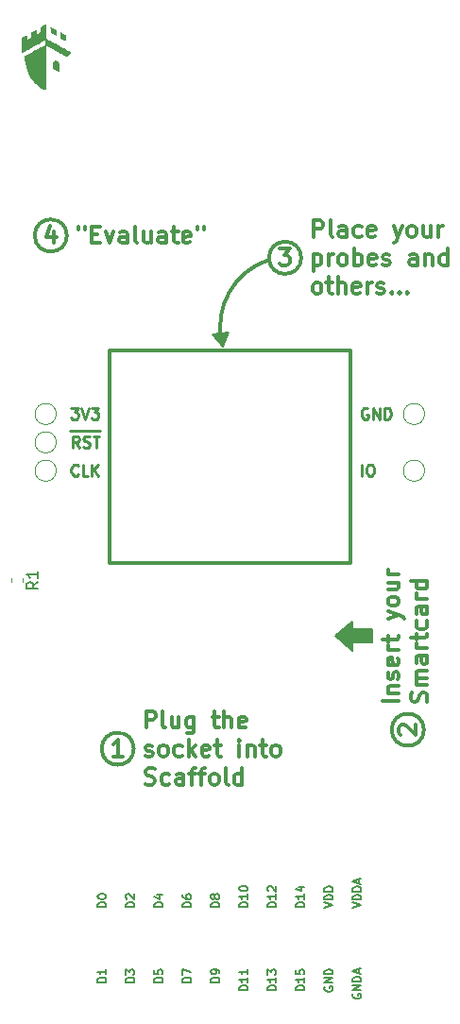
<source format=gbr>
G04 #@! TF.GenerationSoftware,KiCad,Pcbnew,5.0.2-bee76a0~70~ubuntu18.04.1*
G04 #@! TF.CreationDate,2019-07-23T10:59:18+02:00*
G04 #@! TF.ProjectId,smartcard,736d6172-7463-4617-9264-2e6b69636164,rev?*
G04 #@! TF.SameCoordinates,Original*
G04 #@! TF.FileFunction,Legend,Top*
G04 #@! TF.FilePolarity,Positive*
%FSLAX46Y46*%
G04 Gerber Fmt 4.6, Leading zero omitted, Abs format (unit mm)*
G04 Created by KiCad (PCBNEW 5.0.2-bee76a0~70~ubuntu18.04.1) date mar. 23 juil. 2019 10:59:18 CEST*
%MOMM*%
%LPD*%
G01*
G04 APERTURE LIST*
%ADD10C,0.300000*%
%ADD11C,0.150000*%
%ADD12C,0.250000*%
%ADD13C,0.010000*%
%ADD14C,0.120000*%
G04 APERTURE END LIST*
D10*
X127304588Y-122878884D02*
X125804588Y-122878884D01*
X126304588Y-122164598D02*
X127304588Y-122164598D01*
X126447445Y-122164598D02*
X126376017Y-122093169D01*
X126304588Y-121950312D01*
X126304588Y-121736027D01*
X126376017Y-121593169D01*
X126518874Y-121521741D01*
X127304588Y-121521741D01*
X127233159Y-120878884D02*
X127304588Y-120736027D01*
X127304588Y-120450312D01*
X127233159Y-120307455D01*
X127090302Y-120236027D01*
X127018874Y-120236027D01*
X126876017Y-120307455D01*
X126804588Y-120450312D01*
X126804588Y-120664598D01*
X126733159Y-120807455D01*
X126590302Y-120878884D01*
X126518874Y-120878884D01*
X126376017Y-120807455D01*
X126304588Y-120664598D01*
X126304588Y-120450312D01*
X126376017Y-120307455D01*
X127233159Y-119021741D02*
X127304588Y-119164598D01*
X127304588Y-119450312D01*
X127233159Y-119593169D01*
X127090302Y-119664598D01*
X126518874Y-119664598D01*
X126376017Y-119593169D01*
X126304588Y-119450312D01*
X126304588Y-119164598D01*
X126376017Y-119021741D01*
X126518874Y-118950312D01*
X126661731Y-118950312D01*
X126804588Y-119664598D01*
X127304588Y-118307455D02*
X126304588Y-118307455D01*
X126590302Y-118307455D02*
X126447445Y-118236027D01*
X126376017Y-118164598D01*
X126304588Y-118021741D01*
X126304588Y-117878884D01*
X126304588Y-117593169D02*
X126304588Y-117021741D01*
X125804588Y-117378884D02*
X127090302Y-117378884D01*
X127233159Y-117307455D01*
X127304588Y-117164598D01*
X127304588Y-117021741D01*
X126304588Y-115521741D02*
X127304588Y-115164598D01*
X126304588Y-114807455D02*
X127304588Y-115164598D01*
X127661731Y-115307455D01*
X127733159Y-115378884D01*
X127804588Y-115521741D01*
X127304588Y-114021741D02*
X127233159Y-114164598D01*
X127161731Y-114236027D01*
X127018874Y-114307455D01*
X126590302Y-114307455D01*
X126447445Y-114236027D01*
X126376017Y-114164598D01*
X126304588Y-114021741D01*
X126304588Y-113807455D01*
X126376017Y-113664598D01*
X126447445Y-113593169D01*
X126590302Y-113521741D01*
X127018874Y-113521741D01*
X127161731Y-113593169D01*
X127233159Y-113664598D01*
X127304588Y-113807455D01*
X127304588Y-114021741D01*
X126304588Y-112236027D02*
X127304588Y-112236027D01*
X126304588Y-112878884D02*
X127090302Y-112878884D01*
X127233159Y-112807455D01*
X127304588Y-112664598D01*
X127304588Y-112450312D01*
X127233159Y-112307455D01*
X127161731Y-112236027D01*
X127304588Y-111521741D02*
X126304588Y-111521741D01*
X126590302Y-111521741D02*
X126447445Y-111450312D01*
X126376017Y-111378884D01*
X126304588Y-111236027D01*
X126304588Y-111093169D01*
X129783159Y-122950312D02*
X129854588Y-122736027D01*
X129854588Y-122378884D01*
X129783159Y-122236027D01*
X129711731Y-122164598D01*
X129568874Y-122093169D01*
X129426017Y-122093169D01*
X129283159Y-122164598D01*
X129211731Y-122236027D01*
X129140302Y-122378884D01*
X129068874Y-122664598D01*
X128997445Y-122807455D01*
X128926017Y-122878884D01*
X128783159Y-122950312D01*
X128640302Y-122950312D01*
X128497445Y-122878884D01*
X128426017Y-122807455D01*
X128354588Y-122664598D01*
X128354588Y-122307455D01*
X128426017Y-122093169D01*
X129854588Y-121450312D02*
X128854588Y-121450312D01*
X128997445Y-121450312D02*
X128926017Y-121378884D01*
X128854588Y-121236027D01*
X128854588Y-121021741D01*
X128926017Y-120878884D01*
X129068874Y-120807455D01*
X129854588Y-120807455D01*
X129068874Y-120807455D02*
X128926017Y-120736027D01*
X128854588Y-120593169D01*
X128854588Y-120378884D01*
X128926017Y-120236027D01*
X129068874Y-120164598D01*
X129854588Y-120164598D01*
X129854588Y-118807455D02*
X129068874Y-118807455D01*
X128926017Y-118878884D01*
X128854588Y-119021741D01*
X128854588Y-119307455D01*
X128926017Y-119450312D01*
X129783159Y-118807455D02*
X129854588Y-118950312D01*
X129854588Y-119307455D01*
X129783159Y-119450312D01*
X129640302Y-119521741D01*
X129497445Y-119521741D01*
X129354588Y-119450312D01*
X129283159Y-119307455D01*
X129283159Y-118950312D01*
X129211731Y-118807455D01*
X129854588Y-118093169D02*
X128854588Y-118093169D01*
X129140302Y-118093169D02*
X128997445Y-118021741D01*
X128926017Y-117950312D01*
X128854588Y-117807455D01*
X128854588Y-117664598D01*
X128854588Y-117378884D02*
X128854588Y-116807455D01*
X128354588Y-117164598D02*
X129640302Y-117164598D01*
X129783159Y-117093169D01*
X129854588Y-116950312D01*
X129854588Y-116807455D01*
X129783159Y-115664598D02*
X129854588Y-115807455D01*
X129854588Y-116093169D01*
X129783159Y-116236027D01*
X129711731Y-116307455D01*
X129568874Y-116378884D01*
X129140302Y-116378884D01*
X128997445Y-116307455D01*
X128926017Y-116236027D01*
X128854588Y-116093169D01*
X128854588Y-115807455D01*
X128926017Y-115664598D01*
X129854588Y-114378884D02*
X129068874Y-114378884D01*
X128926017Y-114450312D01*
X128854588Y-114593169D01*
X128854588Y-114878884D01*
X128926017Y-115021741D01*
X129783159Y-114378884D02*
X129854588Y-114521741D01*
X129854588Y-114878884D01*
X129783159Y-115021741D01*
X129640302Y-115093169D01*
X129497445Y-115093169D01*
X129354588Y-115021741D01*
X129283159Y-114878884D01*
X129283159Y-114521741D01*
X129211731Y-114378884D01*
X129854588Y-113664598D02*
X128854588Y-113664598D01*
X129140302Y-113664598D02*
X128997445Y-113593169D01*
X128926017Y-113521741D01*
X128854588Y-113378884D01*
X128854588Y-113236027D01*
X129854588Y-112093169D02*
X128354588Y-112093169D01*
X129783159Y-112093169D02*
X129854588Y-112236027D01*
X129854588Y-112521741D01*
X129783159Y-112664598D01*
X129711731Y-112736027D01*
X129568874Y-112807455D01*
X129140302Y-112807455D01*
X128997445Y-112736027D01*
X128926017Y-112664598D01*
X128854588Y-112521741D01*
X128854588Y-112236027D01*
X128926017Y-112093169D01*
D11*
X101060302Y-141304955D02*
X100310302Y-141304955D01*
X100310302Y-141126384D01*
X100346017Y-141019241D01*
X100417445Y-140947812D01*
X100488874Y-140912098D01*
X100631731Y-140876384D01*
X100738874Y-140876384D01*
X100881731Y-140912098D01*
X100953159Y-140947812D01*
X101024588Y-141019241D01*
X101060302Y-141126384D01*
X101060302Y-141304955D01*
X100310302Y-140412098D02*
X100310302Y-140340669D01*
X100346017Y-140269241D01*
X100381731Y-140233527D01*
X100453159Y-140197812D01*
X100596017Y-140162098D01*
X100774588Y-140162098D01*
X100917445Y-140197812D01*
X100988874Y-140233527D01*
X101024588Y-140269241D01*
X101060302Y-140340669D01*
X101060302Y-140412098D01*
X101024588Y-140483527D01*
X100988874Y-140519241D01*
X100917445Y-140554955D01*
X100774588Y-140590669D01*
X100596017Y-140590669D01*
X100453159Y-140554955D01*
X100381731Y-140519241D01*
X100346017Y-140483527D01*
X100310302Y-140412098D01*
X103600302Y-141304955D02*
X102850302Y-141304955D01*
X102850302Y-141126384D01*
X102886017Y-141019241D01*
X102957445Y-140947812D01*
X103028874Y-140912098D01*
X103171731Y-140876384D01*
X103278874Y-140876384D01*
X103421731Y-140912098D01*
X103493159Y-140947812D01*
X103564588Y-141019241D01*
X103600302Y-141126384D01*
X103600302Y-141304955D01*
X102921731Y-140590669D02*
X102886017Y-140554955D01*
X102850302Y-140483527D01*
X102850302Y-140304955D01*
X102886017Y-140233527D01*
X102921731Y-140197812D01*
X102993159Y-140162098D01*
X103064588Y-140162098D01*
X103171731Y-140197812D01*
X103600302Y-140626384D01*
X103600302Y-140162098D01*
X106140302Y-141304955D02*
X105390302Y-141304955D01*
X105390302Y-141126384D01*
X105426017Y-141019241D01*
X105497445Y-140947812D01*
X105568874Y-140912098D01*
X105711731Y-140876384D01*
X105818874Y-140876384D01*
X105961731Y-140912098D01*
X106033159Y-140947812D01*
X106104588Y-141019241D01*
X106140302Y-141126384D01*
X106140302Y-141304955D01*
X105640302Y-140233527D02*
X106140302Y-140233527D01*
X105354588Y-140412098D02*
X105890302Y-140590669D01*
X105890302Y-140126384D01*
X108680302Y-141304955D02*
X107930302Y-141304955D01*
X107930302Y-141126384D01*
X107966017Y-141019241D01*
X108037445Y-140947812D01*
X108108874Y-140912098D01*
X108251731Y-140876384D01*
X108358874Y-140876384D01*
X108501731Y-140912098D01*
X108573159Y-140947812D01*
X108644588Y-141019241D01*
X108680302Y-141126384D01*
X108680302Y-141304955D01*
X107930302Y-140233527D02*
X107930302Y-140376384D01*
X107966017Y-140447812D01*
X108001731Y-140483527D01*
X108108874Y-140554955D01*
X108251731Y-140590669D01*
X108537445Y-140590669D01*
X108608874Y-140554955D01*
X108644588Y-140519241D01*
X108680302Y-140447812D01*
X108680302Y-140304955D01*
X108644588Y-140233527D01*
X108608874Y-140197812D01*
X108537445Y-140162098D01*
X108358874Y-140162098D01*
X108287445Y-140197812D01*
X108251731Y-140233527D01*
X108216017Y-140304955D01*
X108216017Y-140447812D01*
X108251731Y-140519241D01*
X108287445Y-140554955D01*
X108358874Y-140590669D01*
X111220302Y-141304955D02*
X110470302Y-141304955D01*
X110470302Y-141126384D01*
X110506017Y-141019241D01*
X110577445Y-140947812D01*
X110648874Y-140912098D01*
X110791731Y-140876384D01*
X110898874Y-140876384D01*
X111041731Y-140912098D01*
X111113159Y-140947812D01*
X111184588Y-141019241D01*
X111220302Y-141126384D01*
X111220302Y-141304955D01*
X110791731Y-140447812D02*
X110756017Y-140519241D01*
X110720302Y-140554955D01*
X110648874Y-140590669D01*
X110613159Y-140590669D01*
X110541731Y-140554955D01*
X110506017Y-140519241D01*
X110470302Y-140447812D01*
X110470302Y-140304955D01*
X110506017Y-140233527D01*
X110541731Y-140197812D01*
X110613159Y-140162098D01*
X110648874Y-140162098D01*
X110720302Y-140197812D01*
X110756017Y-140233527D01*
X110791731Y-140304955D01*
X110791731Y-140447812D01*
X110827445Y-140519241D01*
X110863159Y-140554955D01*
X110934588Y-140590669D01*
X111077445Y-140590669D01*
X111148874Y-140554955D01*
X111184588Y-140519241D01*
X111220302Y-140447812D01*
X111220302Y-140304955D01*
X111184588Y-140233527D01*
X111148874Y-140197812D01*
X111077445Y-140162098D01*
X110934588Y-140162098D01*
X110863159Y-140197812D01*
X110827445Y-140233527D01*
X110791731Y-140304955D01*
X113760302Y-141304955D02*
X113010302Y-141304955D01*
X113010302Y-141126384D01*
X113046017Y-141019241D01*
X113117445Y-140947812D01*
X113188874Y-140912098D01*
X113331731Y-140876384D01*
X113438874Y-140876384D01*
X113581731Y-140912098D01*
X113653159Y-140947812D01*
X113724588Y-141019241D01*
X113760302Y-141126384D01*
X113760302Y-141304955D01*
X113760302Y-140162098D02*
X113760302Y-140590669D01*
X113760302Y-140376384D02*
X113010302Y-140376384D01*
X113117445Y-140447812D01*
X113188874Y-140519241D01*
X113224588Y-140590669D01*
X113010302Y-139697812D02*
X113010302Y-139626384D01*
X113046017Y-139554955D01*
X113081731Y-139519241D01*
X113153159Y-139483527D01*
X113296017Y-139447812D01*
X113474588Y-139447812D01*
X113617445Y-139483527D01*
X113688874Y-139519241D01*
X113724588Y-139554955D01*
X113760302Y-139626384D01*
X113760302Y-139697812D01*
X113724588Y-139769241D01*
X113688874Y-139804955D01*
X113617445Y-139840669D01*
X113474588Y-139876384D01*
X113296017Y-139876384D01*
X113153159Y-139840669D01*
X113081731Y-139804955D01*
X113046017Y-139769241D01*
X113010302Y-139697812D01*
X116300302Y-141304955D02*
X115550302Y-141304955D01*
X115550302Y-141126384D01*
X115586017Y-141019241D01*
X115657445Y-140947812D01*
X115728874Y-140912098D01*
X115871731Y-140876384D01*
X115978874Y-140876384D01*
X116121731Y-140912098D01*
X116193159Y-140947812D01*
X116264588Y-141019241D01*
X116300302Y-141126384D01*
X116300302Y-141304955D01*
X116300302Y-140162098D02*
X116300302Y-140590669D01*
X116300302Y-140376384D02*
X115550302Y-140376384D01*
X115657445Y-140447812D01*
X115728874Y-140519241D01*
X115764588Y-140590669D01*
X115621731Y-139876384D02*
X115586017Y-139840669D01*
X115550302Y-139769241D01*
X115550302Y-139590669D01*
X115586017Y-139519241D01*
X115621731Y-139483527D01*
X115693159Y-139447812D01*
X115764588Y-139447812D01*
X115871731Y-139483527D01*
X116300302Y-139912098D01*
X116300302Y-139447812D01*
X118840302Y-141304955D02*
X118090302Y-141304955D01*
X118090302Y-141126384D01*
X118126017Y-141019241D01*
X118197445Y-140947812D01*
X118268874Y-140912098D01*
X118411731Y-140876384D01*
X118518874Y-140876384D01*
X118661731Y-140912098D01*
X118733159Y-140947812D01*
X118804588Y-141019241D01*
X118840302Y-141126384D01*
X118840302Y-141304955D01*
X118840302Y-140162098D02*
X118840302Y-140590669D01*
X118840302Y-140376384D02*
X118090302Y-140376384D01*
X118197445Y-140447812D01*
X118268874Y-140519241D01*
X118304588Y-140590669D01*
X118340302Y-139519241D02*
X118840302Y-139519241D01*
X118054588Y-139697812D02*
X118590302Y-139876384D01*
X118590302Y-139412098D01*
X120630302Y-141412098D02*
X121380302Y-141162098D01*
X120630302Y-140912098D01*
X121380302Y-140662098D02*
X120630302Y-140662098D01*
X120630302Y-140483527D01*
X120666017Y-140376384D01*
X120737445Y-140304955D01*
X120808874Y-140269241D01*
X120951731Y-140233527D01*
X121058874Y-140233527D01*
X121201731Y-140269241D01*
X121273159Y-140304955D01*
X121344588Y-140376384D01*
X121380302Y-140483527D01*
X121380302Y-140662098D01*
X121380302Y-139912098D02*
X120630302Y-139912098D01*
X120630302Y-139733527D01*
X120666017Y-139626384D01*
X120737445Y-139554955D01*
X120808874Y-139519241D01*
X120951731Y-139483527D01*
X121058874Y-139483527D01*
X121201731Y-139519241D01*
X121273159Y-139554955D01*
X121344588Y-139626384D01*
X121380302Y-139733527D01*
X121380302Y-139912098D01*
X123170302Y-141412098D02*
X123920302Y-141162098D01*
X123170302Y-140912098D01*
X123920302Y-140662098D02*
X123170302Y-140662098D01*
X123170302Y-140483527D01*
X123206017Y-140376384D01*
X123277445Y-140304955D01*
X123348874Y-140269241D01*
X123491731Y-140233527D01*
X123598874Y-140233527D01*
X123741731Y-140269241D01*
X123813159Y-140304955D01*
X123884588Y-140376384D01*
X123920302Y-140483527D01*
X123920302Y-140662098D01*
X123920302Y-139912098D02*
X123170302Y-139912098D01*
X123170302Y-139733527D01*
X123206017Y-139626384D01*
X123277445Y-139554955D01*
X123348874Y-139519241D01*
X123491731Y-139483527D01*
X123598874Y-139483527D01*
X123741731Y-139519241D01*
X123813159Y-139554955D01*
X123884588Y-139626384D01*
X123920302Y-139733527D01*
X123920302Y-139912098D01*
X123706017Y-139197812D02*
X123706017Y-138840669D01*
X123920302Y-139269241D02*
X123170302Y-139019241D01*
X123920302Y-138769241D01*
X123206017Y-149115669D02*
X123170302Y-149187098D01*
X123170302Y-149294241D01*
X123206017Y-149401384D01*
X123277445Y-149472812D01*
X123348874Y-149508527D01*
X123491731Y-149544241D01*
X123598874Y-149544241D01*
X123741731Y-149508527D01*
X123813159Y-149472812D01*
X123884588Y-149401384D01*
X123920302Y-149294241D01*
X123920302Y-149222812D01*
X123884588Y-149115669D01*
X123848874Y-149079955D01*
X123598874Y-149079955D01*
X123598874Y-149222812D01*
X123920302Y-148758527D02*
X123170302Y-148758527D01*
X123920302Y-148329955D01*
X123170302Y-148329955D01*
X123920302Y-147972812D02*
X123170302Y-147972812D01*
X123170302Y-147794241D01*
X123206017Y-147687098D01*
X123277445Y-147615669D01*
X123348874Y-147579955D01*
X123491731Y-147544241D01*
X123598874Y-147544241D01*
X123741731Y-147579955D01*
X123813159Y-147615669D01*
X123884588Y-147687098D01*
X123920302Y-147794241D01*
X123920302Y-147972812D01*
X123706017Y-147258527D02*
X123706017Y-146901384D01*
X123920302Y-147329955D02*
X123170302Y-147079955D01*
X123920302Y-146829955D01*
X120666017Y-148472812D02*
X120630302Y-148544241D01*
X120630302Y-148651384D01*
X120666017Y-148758527D01*
X120737445Y-148829955D01*
X120808874Y-148865669D01*
X120951731Y-148901384D01*
X121058874Y-148901384D01*
X121201731Y-148865669D01*
X121273159Y-148829955D01*
X121344588Y-148758527D01*
X121380302Y-148651384D01*
X121380302Y-148579955D01*
X121344588Y-148472812D01*
X121308874Y-148437098D01*
X121058874Y-148437098D01*
X121058874Y-148579955D01*
X121380302Y-148115669D02*
X120630302Y-148115669D01*
X121380302Y-147687098D01*
X120630302Y-147687098D01*
X121380302Y-147329955D02*
X120630302Y-147329955D01*
X120630302Y-147151384D01*
X120666017Y-147044241D01*
X120737445Y-146972812D01*
X120808874Y-146937098D01*
X120951731Y-146901384D01*
X121058874Y-146901384D01*
X121201731Y-146937098D01*
X121273159Y-146972812D01*
X121344588Y-147044241D01*
X121380302Y-147151384D01*
X121380302Y-147329955D01*
X118840302Y-148758527D02*
X118090302Y-148758527D01*
X118090302Y-148579955D01*
X118126017Y-148472812D01*
X118197445Y-148401384D01*
X118268874Y-148365669D01*
X118411731Y-148329955D01*
X118518874Y-148329955D01*
X118661731Y-148365669D01*
X118733159Y-148401384D01*
X118804588Y-148472812D01*
X118840302Y-148579955D01*
X118840302Y-148758527D01*
X118840302Y-147615669D02*
X118840302Y-148044241D01*
X118840302Y-147829955D02*
X118090302Y-147829955D01*
X118197445Y-147901384D01*
X118268874Y-147972812D01*
X118304588Y-148044241D01*
X118090302Y-146937098D02*
X118090302Y-147294241D01*
X118447445Y-147329955D01*
X118411731Y-147294241D01*
X118376017Y-147222812D01*
X118376017Y-147044241D01*
X118411731Y-146972812D01*
X118447445Y-146937098D01*
X118518874Y-146901384D01*
X118697445Y-146901384D01*
X118768874Y-146937098D01*
X118804588Y-146972812D01*
X118840302Y-147044241D01*
X118840302Y-147222812D01*
X118804588Y-147294241D01*
X118768874Y-147329955D01*
X116300302Y-148758527D02*
X115550302Y-148758527D01*
X115550302Y-148579955D01*
X115586017Y-148472812D01*
X115657445Y-148401384D01*
X115728874Y-148365669D01*
X115871731Y-148329955D01*
X115978874Y-148329955D01*
X116121731Y-148365669D01*
X116193159Y-148401384D01*
X116264588Y-148472812D01*
X116300302Y-148579955D01*
X116300302Y-148758527D01*
X116300302Y-147615669D02*
X116300302Y-148044241D01*
X116300302Y-147829955D02*
X115550302Y-147829955D01*
X115657445Y-147901384D01*
X115728874Y-147972812D01*
X115764588Y-148044241D01*
X115550302Y-147365669D02*
X115550302Y-146901384D01*
X115836017Y-147151384D01*
X115836017Y-147044241D01*
X115871731Y-146972812D01*
X115907445Y-146937098D01*
X115978874Y-146901384D01*
X116157445Y-146901384D01*
X116228874Y-146937098D01*
X116264588Y-146972812D01*
X116300302Y-147044241D01*
X116300302Y-147258527D01*
X116264588Y-147329955D01*
X116228874Y-147365669D01*
X113760302Y-148758527D02*
X113010302Y-148758527D01*
X113010302Y-148579955D01*
X113046017Y-148472812D01*
X113117445Y-148401384D01*
X113188874Y-148365669D01*
X113331731Y-148329955D01*
X113438874Y-148329955D01*
X113581731Y-148365669D01*
X113653159Y-148401384D01*
X113724588Y-148472812D01*
X113760302Y-148579955D01*
X113760302Y-148758527D01*
X113760302Y-147615669D02*
X113760302Y-148044241D01*
X113760302Y-147829955D02*
X113010302Y-147829955D01*
X113117445Y-147901384D01*
X113188874Y-147972812D01*
X113224588Y-148044241D01*
X113760302Y-146901384D02*
X113760302Y-147329955D01*
X113760302Y-147115669D02*
X113010302Y-147115669D01*
X113117445Y-147187098D01*
X113188874Y-147258527D01*
X113224588Y-147329955D01*
X111220302Y-148044241D02*
X110470302Y-148044241D01*
X110470302Y-147865669D01*
X110506017Y-147758527D01*
X110577445Y-147687098D01*
X110648874Y-147651384D01*
X110791731Y-147615669D01*
X110898874Y-147615669D01*
X111041731Y-147651384D01*
X111113159Y-147687098D01*
X111184588Y-147758527D01*
X111220302Y-147865669D01*
X111220302Y-148044241D01*
X111220302Y-147258527D02*
X111220302Y-147115669D01*
X111184588Y-147044241D01*
X111148874Y-147008527D01*
X111041731Y-146937098D01*
X110898874Y-146901384D01*
X110613159Y-146901384D01*
X110541731Y-146937098D01*
X110506017Y-146972812D01*
X110470302Y-147044241D01*
X110470302Y-147187098D01*
X110506017Y-147258527D01*
X110541731Y-147294241D01*
X110613159Y-147329955D01*
X110791731Y-147329955D01*
X110863159Y-147294241D01*
X110898874Y-147258527D01*
X110934588Y-147187098D01*
X110934588Y-147044241D01*
X110898874Y-146972812D01*
X110863159Y-146937098D01*
X110791731Y-146901384D01*
X108680302Y-148044241D02*
X107930302Y-148044241D01*
X107930302Y-147865669D01*
X107966017Y-147758527D01*
X108037445Y-147687098D01*
X108108874Y-147651384D01*
X108251731Y-147615669D01*
X108358874Y-147615669D01*
X108501731Y-147651384D01*
X108573159Y-147687098D01*
X108644588Y-147758527D01*
X108680302Y-147865669D01*
X108680302Y-148044241D01*
X107930302Y-147365669D02*
X107930302Y-146865669D01*
X108680302Y-147187098D01*
X106140302Y-148044241D02*
X105390302Y-148044241D01*
X105390302Y-147865669D01*
X105426017Y-147758527D01*
X105497445Y-147687098D01*
X105568874Y-147651384D01*
X105711731Y-147615669D01*
X105818874Y-147615669D01*
X105961731Y-147651384D01*
X106033159Y-147687098D01*
X106104588Y-147758527D01*
X106140302Y-147865669D01*
X106140302Y-148044241D01*
X105390302Y-146937098D02*
X105390302Y-147294241D01*
X105747445Y-147329955D01*
X105711731Y-147294241D01*
X105676017Y-147222812D01*
X105676017Y-147044241D01*
X105711731Y-146972812D01*
X105747445Y-146937098D01*
X105818874Y-146901384D01*
X105997445Y-146901384D01*
X106068874Y-146937098D01*
X106104588Y-146972812D01*
X106140302Y-147044241D01*
X106140302Y-147222812D01*
X106104588Y-147294241D01*
X106068874Y-147329955D01*
X103600302Y-148044241D02*
X102850302Y-148044241D01*
X102850302Y-147865669D01*
X102886017Y-147758527D01*
X102957445Y-147687098D01*
X103028874Y-147651384D01*
X103171731Y-147615669D01*
X103278874Y-147615669D01*
X103421731Y-147651384D01*
X103493159Y-147687098D01*
X103564588Y-147758527D01*
X103600302Y-147865669D01*
X103600302Y-148044241D01*
X102850302Y-147365669D02*
X102850302Y-146901384D01*
X103136017Y-147151384D01*
X103136017Y-147044241D01*
X103171731Y-146972812D01*
X103207445Y-146937098D01*
X103278874Y-146901384D01*
X103457445Y-146901384D01*
X103528874Y-146937098D01*
X103564588Y-146972812D01*
X103600302Y-147044241D01*
X103600302Y-147258527D01*
X103564588Y-147329955D01*
X103528874Y-147365669D01*
X101060302Y-148044241D02*
X100310302Y-148044241D01*
X100310302Y-147865669D01*
X100346017Y-147758527D01*
X100417445Y-147687098D01*
X100488874Y-147651384D01*
X100631731Y-147615669D01*
X100738874Y-147615669D01*
X100881731Y-147651384D01*
X100953159Y-147687098D01*
X101024588Y-147758527D01*
X101060302Y-147865669D01*
X101060302Y-148044241D01*
X101060302Y-146901384D02*
X101060302Y-147329955D01*
X101060302Y-147115669D02*
X100310302Y-147115669D01*
X100417445Y-147187098D01*
X100488874Y-147258527D01*
X100524588Y-147329955D01*
D10*
X101356017Y-91416027D02*
X122946017Y-91416027D01*
X101356017Y-110466027D02*
X101356017Y-91416027D01*
X122946017Y-110466027D02*
X101356017Y-110466027D01*
X122946017Y-91416027D02*
X122946017Y-110466027D01*
X96386731Y-80809598D02*
X96386731Y-81809598D01*
X96029588Y-80238169D02*
X95672445Y-81309598D01*
X96601017Y-81309598D01*
X97543238Y-81131027D02*
G75*
G03X97543238Y-81131027I-1442221J0D01*
G01*
X98581731Y-80309598D02*
X98581731Y-80595312D01*
X99153159Y-80309598D02*
X99153159Y-80595312D01*
X99796017Y-81023884D02*
X100296017Y-81023884D01*
X100510302Y-81809598D02*
X99796017Y-81809598D01*
X99796017Y-80309598D01*
X100510302Y-80309598D01*
X101010302Y-80809598D02*
X101367445Y-81809598D01*
X101724588Y-80809598D01*
X102938874Y-81809598D02*
X102938874Y-81023884D01*
X102867445Y-80881027D01*
X102724588Y-80809598D01*
X102438874Y-80809598D01*
X102296017Y-80881027D01*
X102938874Y-81738169D02*
X102796017Y-81809598D01*
X102438874Y-81809598D01*
X102296017Y-81738169D01*
X102224588Y-81595312D01*
X102224588Y-81452455D01*
X102296017Y-81309598D01*
X102438874Y-81238169D01*
X102796017Y-81238169D01*
X102938874Y-81166741D01*
X103867445Y-81809598D02*
X103724588Y-81738169D01*
X103653159Y-81595312D01*
X103653159Y-80309598D01*
X105081731Y-80809598D02*
X105081731Y-81809598D01*
X104438874Y-80809598D02*
X104438874Y-81595312D01*
X104510302Y-81738169D01*
X104653159Y-81809598D01*
X104867445Y-81809598D01*
X105010302Y-81738169D01*
X105081731Y-81666741D01*
X106438874Y-81809598D02*
X106438874Y-81023884D01*
X106367445Y-80881027D01*
X106224588Y-80809598D01*
X105938874Y-80809598D01*
X105796017Y-80881027D01*
X106438874Y-81738169D02*
X106296017Y-81809598D01*
X105938874Y-81809598D01*
X105796017Y-81738169D01*
X105724588Y-81595312D01*
X105724588Y-81452455D01*
X105796017Y-81309598D01*
X105938874Y-81238169D01*
X106296017Y-81238169D01*
X106438874Y-81166741D01*
X106938874Y-80809598D02*
X107510302Y-80809598D01*
X107153159Y-80309598D02*
X107153159Y-81595312D01*
X107224588Y-81738169D01*
X107367445Y-81809598D01*
X107510302Y-81809598D01*
X108581731Y-81738169D02*
X108438874Y-81809598D01*
X108153159Y-81809598D01*
X108010302Y-81738169D01*
X107938874Y-81595312D01*
X107938874Y-81023884D01*
X108010302Y-80881027D01*
X108153159Y-80809598D01*
X108438874Y-80809598D01*
X108581731Y-80881027D01*
X108653159Y-81023884D01*
X108653159Y-81166741D01*
X107938874Y-81309598D01*
X109224588Y-80309598D02*
X109224588Y-80595312D01*
X109796017Y-80309598D02*
X109796017Y-80595312D01*
D11*
G36*
X111501017Y-91131027D02*
X110601017Y-90031027D01*
X112001017Y-89831027D01*
X111501017Y-91131027D01*
G37*
X111501017Y-91131027D02*
X110601017Y-90031027D01*
X112001017Y-89831027D01*
X111501017Y-91131027D01*
D10*
X111427068Y-90703015D02*
G75*
G02X115601017Y-83331027I6173949J1371988D01*
G01*
X116601017Y-82309598D02*
X117529588Y-82309598D01*
X117029588Y-82881027D01*
X117243874Y-82881027D01*
X117386731Y-82952455D01*
X117458159Y-83023884D01*
X117529588Y-83166741D01*
X117529588Y-83523884D01*
X117458159Y-83666741D01*
X117386731Y-83738169D01*
X117243874Y-83809598D01*
X116815302Y-83809598D01*
X116672445Y-83738169D01*
X116601017Y-83666741D01*
X118543238Y-83131027D02*
G75*
G03X118543238Y-83131027I-1442221J0D01*
G01*
X119653159Y-81259598D02*
X119653159Y-79759598D01*
X120224588Y-79759598D01*
X120367445Y-79831027D01*
X120438874Y-79902455D01*
X120510302Y-80045312D01*
X120510302Y-80259598D01*
X120438874Y-80402455D01*
X120367445Y-80473884D01*
X120224588Y-80545312D01*
X119653159Y-80545312D01*
X121367445Y-81259598D02*
X121224588Y-81188169D01*
X121153159Y-81045312D01*
X121153159Y-79759598D01*
X122581731Y-81259598D02*
X122581731Y-80473884D01*
X122510302Y-80331027D01*
X122367445Y-80259598D01*
X122081731Y-80259598D01*
X121938874Y-80331027D01*
X122581731Y-81188169D02*
X122438874Y-81259598D01*
X122081731Y-81259598D01*
X121938874Y-81188169D01*
X121867445Y-81045312D01*
X121867445Y-80902455D01*
X121938874Y-80759598D01*
X122081731Y-80688169D01*
X122438874Y-80688169D01*
X122581731Y-80616741D01*
X123938874Y-81188169D02*
X123796017Y-81259598D01*
X123510302Y-81259598D01*
X123367445Y-81188169D01*
X123296017Y-81116741D01*
X123224588Y-80973884D01*
X123224588Y-80545312D01*
X123296017Y-80402455D01*
X123367445Y-80331027D01*
X123510302Y-80259598D01*
X123796017Y-80259598D01*
X123938874Y-80331027D01*
X125153159Y-81188169D02*
X125010302Y-81259598D01*
X124724588Y-81259598D01*
X124581731Y-81188169D01*
X124510302Y-81045312D01*
X124510302Y-80473884D01*
X124581731Y-80331027D01*
X124724588Y-80259598D01*
X125010302Y-80259598D01*
X125153159Y-80331027D01*
X125224588Y-80473884D01*
X125224588Y-80616741D01*
X124510302Y-80759598D01*
X126867445Y-80259598D02*
X127224588Y-81259598D01*
X127581731Y-80259598D02*
X127224588Y-81259598D01*
X127081731Y-81616741D01*
X127010302Y-81688169D01*
X126867445Y-81759598D01*
X128367445Y-81259598D02*
X128224588Y-81188169D01*
X128153159Y-81116741D01*
X128081731Y-80973884D01*
X128081731Y-80545312D01*
X128153159Y-80402455D01*
X128224588Y-80331027D01*
X128367445Y-80259598D01*
X128581731Y-80259598D01*
X128724588Y-80331027D01*
X128796017Y-80402455D01*
X128867445Y-80545312D01*
X128867445Y-80973884D01*
X128796017Y-81116741D01*
X128724588Y-81188169D01*
X128581731Y-81259598D01*
X128367445Y-81259598D01*
X130153159Y-80259598D02*
X130153159Y-81259598D01*
X129510302Y-80259598D02*
X129510302Y-81045312D01*
X129581731Y-81188169D01*
X129724588Y-81259598D01*
X129938874Y-81259598D01*
X130081731Y-81188169D01*
X130153159Y-81116741D01*
X130867445Y-81259598D02*
X130867445Y-80259598D01*
X130867445Y-80545312D02*
X130938874Y-80402455D01*
X131010302Y-80331027D01*
X131153159Y-80259598D01*
X131296017Y-80259598D01*
X119653159Y-82809598D02*
X119653159Y-84309598D01*
X119653159Y-82881027D02*
X119796017Y-82809598D01*
X120081731Y-82809598D01*
X120224588Y-82881027D01*
X120296017Y-82952455D01*
X120367445Y-83095312D01*
X120367445Y-83523884D01*
X120296017Y-83666741D01*
X120224588Y-83738169D01*
X120081731Y-83809598D01*
X119796017Y-83809598D01*
X119653159Y-83738169D01*
X121010302Y-83809598D02*
X121010302Y-82809598D01*
X121010302Y-83095312D02*
X121081731Y-82952455D01*
X121153159Y-82881027D01*
X121296017Y-82809598D01*
X121438874Y-82809598D01*
X122153159Y-83809598D02*
X122010302Y-83738169D01*
X121938874Y-83666741D01*
X121867445Y-83523884D01*
X121867445Y-83095312D01*
X121938874Y-82952455D01*
X122010302Y-82881027D01*
X122153159Y-82809598D01*
X122367445Y-82809598D01*
X122510302Y-82881027D01*
X122581731Y-82952455D01*
X122653159Y-83095312D01*
X122653159Y-83523884D01*
X122581731Y-83666741D01*
X122510302Y-83738169D01*
X122367445Y-83809598D01*
X122153159Y-83809598D01*
X123296017Y-83809598D02*
X123296017Y-82309598D01*
X123296017Y-82881027D02*
X123438874Y-82809598D01*
X123724588Y-82809598D01*
X123867445Y-82881027D01*
X123938874Y-82952455D01*
X124010302Y-83095312D01*
X124010302Y-83523884D01*
X123938874Y-83666741D01*
X123867445Y-83738169D01*
X123724588Y-83809598D01*
X123438874Y-83809598D01*
X123296017Y-83738169D01*
X125224588Y-83738169D02*
X125081731Y-83809598D01*
X124796017Y-83809598D01*
X124653159Y-83738169D01*
X124581731Y-83595312D01*
X124581731Y-83023884D01*
X124653159Y-82881027D01*
X124796017Y-82809598D01*
X125081731Y-82809598D01*
X125224588Y-82881027D01*
X125296017Y-83023884D01*
X125296017Y-83166741D01*
X124581731Y-83309598D01*
X125867445Y-83738169D02*
X126010302Y-83809598D01*
X126296017Y-83809598D01*
X126438874Y-83738169D01*
X126510302Y-83595312D01*
X126510302Y-83523884D01*
X126438874Y-83381027D01*
X126296017Y-83309598D01*
X126081731Y-83309598D01*
X125938874Y-83238169D01*
X125867445Y-83095312D01*
X125867445Y-83023884D01*
X125938874Y-82881027D01*
X126081731Y-82809598D01*
X126296017Y-82809598D01*
X126438874Y-82881027D01*
X128938874Y-83809598D02*
X128938874Y-83023884D01*
X128867445Y-82881027D01*
X128724588Y-82809598D01*
X128438874Y-82809598D01*
X128296017Y-82881027D01*
X128938874Y-83738169D02*
X128796017Y-83809598D01*
X128438874Y-83809598D01*
X128296017Y-83738169D01*
X128224588Y-83595312D01*
X128224588Y-83452455D01*
X128296017Y-83309598D01*
X128438874Y-83238169D01*
X128796017Y-83238169D01*
X128938874Y-83166741D01*
X129653159Y-82809598D02*
X129653159Y-83809598D01*
X129653159Y-82952455D02*
X129724588Y-82881027D01*
X129867445Y-82809598D01*
X130081731Y-82809598D01*
X130224588Y-82881027D01*
X130296017Y-83023884D01*
X130296017Y-83809598D01*
X131653159Y-83809598D02*
X131653159Y-82309598D01*
X131653159Y-83738169D02*
X131510302Y-83809598D01*
X131224588Y-83809598D01*
X131081731Y-83738169D01*
X131010302Y-83666741D01*
X130938874Y-83523884D01*
X130938874Y-83095312D01*
X131010302Y-82952455D01*
X131081731Y-82881027D01*
X131224588Y-82809598D01*
X131510302Y-82809598D01*
X131653159Y-82881027D01*
X119867445Y-86359598D02*
X119724588Y-86288169D01*
X119653159Y-86216741D01*
X119581731Y-86073884D01*
X119581731Y-85645312D01*
X119653159Y-85502455D01*
X119724588Y-85431027D01*
X119867445Y-85359598D01*
X120081731Y-85359598D01*
X120224588Y-85431027D01*
X120296017Y-85502455D01*
X120367445Y-85645312D01*
X120367445Y-86073884D01*
X120296017Y-86216741D01*
X120224588Y-86288169D01*
X120081731Y-86359598D01*
X119867445Y-86359598D01*
X120796017Y-85359598D02*
X121367445Y-85359598D01*
X121010302Y-84859598D02*
X121010302Y-86145312D01*
X121081731Y-86288169D01*
X121224588Y-86359598D01*
X121367445Y-86359598D01*
X121867445Y-86359598D02*
X121867445Y-84859598D01*
X122510302Y-86359598D02*
X122510302Y-85573884D01*
X122438874Y-85431027D01*
X122296017Y-85359598D01*
X122081731Y-85359598D01*
X121938874Y-85431027D01*
X121867445Y-85502455D01*
X123796017Y-86288169D02*
X123653159Y-86359598D01*
X123367445Y-86359598D01*
X123224588Y-86288169D01*
X123153159Y-86145312D01*
X123153159Y-85573884D01*
X123224588Y-85431027D01*
X123367445Y-85359598D01*
X123653159Y-85359598D01*
X123796017Y-85431027D01*
X123867445Y-85573884D01*
X123867445Y-85716741D01*
X123153159Y-85859598D01*
X124510302Y-86359598D02*
X124510302Y-85359598D01*
X124510302Y-85645312D02*
X124581731Y-85502455D01*
X124653159Y-85431027D01*
X124796017Y-85359598D01*
X124938874Y-85359598D01*
X125367445Y-86288169D02*
X125510302Y-86359598D01*
X125796017Y-86359598D01*
X125938874Y-86288169D01*
X126010302Y-86145312D01*
X126010302Y-86073884D01*
X125938874Y-85931027D01*
X125796017Y-85859598D01*
X125581731Y-85859598D01*
X125438874Y-85788169D01*
X125367445Y-85645312D01*
X125367445Y-85573884D01*
X125438874Y-85431027D01*
X125581731Y-85359598D01*
X125796017Y-85359598D01*
X125938874Y-85431027D01*
X126653159Y-86216741D02*
X126724588Y-86288169D01*
X126653159Y-86359598D01*
X126581731Y-86288169D01*
X126653159Y-86216741D01*
X126653159Y-86359598D01*
X127367445Y-86216741D02*
X127438874Y-86288169D01*
X127367445Y-86359598D01*
X127296017Y-86288169D01*
X127367445Y-86216741D01*
X127367445Y-86359598D01*
X128081731Y-86216741D02*
X128153159Y-86288169D01*
X128081731Y-86359598D01*
X128010302Y-86288169D01*
X128081731Y-86216741D01*
X128081731Y-86359598D01*
X127422445Y-125859598D02*
X127351017Y-125788169D01*
X127279588Y-125645312D01*
X127279588Y-125288169D01*
X127351017Y-125145312D01*
X127422445Y-125073884D01*
X127565302Y-125002455D01*
X127708159Y-125002455D01*
X127922445Y-125073884D01*
X128779588Y-125931027D01*
X128779588Y-125002455D01*
X129543238Y-125431027D02*
G75*
G03X129543238Y-125431027I-1442221J0D01*
G01*
X102529588Y-127809598D02*
X101672445Y-127809598D01*
X102101017Y-127809598D02*
X102101017Y-126309598D01*
X101958159Y-126523884D01*
X101815302Y-126666741D01*
X101672445Y-126738169D01*
X103543238Y-127131027D02*
G75*
G03X103543238Y-127131027I-1442221J0D01*
G01*
X104653159Y-125259598D02*
X104653159Y-123759598D01*
X105224588Y-123759598D01*
X105367445Y-123831027D01*
X105438874Y-123902455D01*
X105510302Y-124045312D01*
X105510302Y-124259598D01*
X105438874Y-124402455D01*
X105367445Y-124473884D01*
X105224588Y-124545312D01*
X104653159Y-124545312D01*
X106367445Y-125259598D02*
X106224588Y-125188169D01*
X106153159Y-125045312D01*
X106153159Y-123759598D01*
X107581731Y-124259598D02*
X107581731Y-125259598D01*
X106938874Y-124259598D02*
X106938874Y-125045312D01*
X107010302Y-125188169D01*
X107153159Y-125259598D01*
X107367445Y-125259598D01*
X107510302Y-125188169D01*
X107581731Y-125116741D01*
X108938874Y-124259598D02*
X108938874Y-125473884D01*
X108867445Y-125616741D01*
X108796017Y-125688169D01*
X108653159Y-125759598D01*
X108438874Y-125759598D01*
X108296017Y-125688169D01*
X108938874Y-125188169D02*
X108796017Y-125259598D01*
X108510302Y-125259598D01*
X108367445Y-125188169D01*
X108296017Y-125116741D01*
X108224588Y-124973884D01*
X108224588Y-124545312D01*
X108296017Y-124402455D01*
X108367445Y-124331027D01*
X108510302Y-124259598D01*
X108796017Y-124259598D01*
X108938874Y-124331027D01*
X110581731Y-124259598D02*
X111153159Y-124259598D01*
X110796017Y-123759598D02*
X110796017Y-125045312D01*
X110867445Y-125188169D01*
X111010302Y-125259598D01*
X111153159Y-125259598D01*
X111653159Y-125259598D02*
X111653159Y-123759598D01*
X112296017Y-125259598D02*
X112296017Y-124473884D01*
X112224588Y-124331027D01*
X112081731Y-124259598D01*
X111867445Y-124259598D01*
X111724588Y-124331027D01*
X111653159Y-124402455D01*
X113581731Y-125188169D02*
X113438874Y-125259598D01*
X113153159Y-125259598D01*
X113010302Y-125188169D01*
X112938874Y-125045312D01*
X112938874Y-124473884D01*
X113010302Y-124331027D01*
X113153159Y-124259598D01*
X113438874Y-124259598D01*
X113581731Y-124331027D01*
X113653159Y-124473884D01*
X113653159Y-124616741D01*
X112938874Y-124759598D01*
X104581731Y-127738169D02*
X104724588Y-127809598D01*
X105010302Y-127809598D01*
X105153159Y-127738169D01*
X105224588Y-127595312D01*
X105224588Y-127523884D01*
X105153159Y-127381027D01*
X105010302Y-127309598D01*
X104796017Y-127309598D01*
X104653159Y-127238169D01*
X104581731Y-127095312D01*
X104581731Y-127023884D01*
X104653159Y-126881027D01*
X104796017Y-126809598D01*
X105010302Y-126809598D01*
X105153159Y-126881027D01*
X106081731Y-127809598D02*
X105938874Y-127738169D01*
X105867445Y-127666741D01*
X105796017Y-127523884D01*
X105796017Y-127095312D01*
X105867445Y-126952455D01*
X105938874Y-126881027D01*
X106081731Y-126809598D01*
X106296017Y-126809598D01*
X106438874Y-126881027D01*
X106510302Y-126952455D01*
X106581731Y-127095312D01*
X106581731Y-127523884D01*
X106510302Y-127666741D01*
X106438874Y-127738169D01*
X106296017Y-127809598D01*
X106081731Y-127809598D01*
X107867445Y-127738169D02*
X107724588Y-127809598D01*
X107438874Y-127809598D01*
X107296017Y-127738169D01*
X107224588Y-127666741D01*
X107153159Y-127523884D01*
X107153159Y-127095312D01*
X107224588Y-126952455D01*
X107296017Y-126881027D01*
X107438874Y-126809598D01*
X107724588Y-126809598D01*
X107867445Y-126881027D01*
X108510302Y-127809598D02*
X108510302Y-126309598D01*
X108653159Y-127238169D02*
X109081731Y-127809598D01*
X109081731Y-126809598D02*
X108510302Y-127381027D01*
X110296017Y-127738169D02*
X110153159Y-127809598D01*
X109867445Y-127809598D01*
X109724588Y-127738169D01*
X109653159Y-127595312D01*
X109653159Y-127023884D01*
X109724588Y-126881027D01*
X109867445Y-126809598D01*
X110153159Y-126809598D01*
X110296017Y-126881027D01*
X110367445Y-127023884D01*
X110367445Y-127166741D01*
X109653159Y-127309598D01*
X110796017Y-126809598D02*
X111367445Y-126809598D01*
X111010302Y-126309598D02*
X111010302Y-127595312D01*
X111081731Y-127738169D01*
X111224588Y-127809598D01*
X111367445Y-127809598D01*
X113010302Y-127809598D02*
X113010302Y-126809598D01*
X113010302Y-126309598D02*
X112938874Y-126381027D01*
X113010302Y-126452455D01*
X113081731Y-126381027D01*
X113010302Y-126309598D01*
X113010302Y-126452455D01*
X113724588Y-126809598D02*
X113724588Y-127809598D01*
X113724588Y-126952455D02*
X113796017Y-126881027D01*
X113938874Y-126809598D01*
X114153159Y-126809598D01*
X114296017Y-126881027D01*
X114367445Y-127023884D01*
X114367445Y-127809598D01*
X114867445Y-126809598D02*
X115438874Y-126809598D01*
X115081731Y-126309598D02*
X115081731Y-127595312D01*
X115153159Y-127738169D01*
X115296017Y-127809598D01*
X115438874Y-127809598D01*
X116153159Y-127809598D02*
X116010302Y-127738169D01*
X115938874Y-127666741D01*
X115867445Y-127523884D01*
X115867445Y-127095312D01*
X115938874Y-126952455D01*
X116010302Y-126881027D01*
X116153159Y-126809598D01*
X116367445Y-126809598D01*
X116510302Y-126881027D01*
X116581731Y-126952455D01*
X116653159Y-127095312D01*
X116653159Y-127523884D01*
X116581731Y-127666741D01*
X116510302Y-127738169D01*
X116367445Y-127809598D01*
X116153159Y-127809598D01*
X104581731Y-130288169D02*
X104796017Y-130359598D01*
X105153159Y-130359598D01*
X105296017Y-130288169D01*
X105367445Y-130216741D01*
X105438874Y-130073884D01*
X105438874Y-129931027D01*
X105367445Y-129788169D01*
X105296017Y-129716741D01*
X105153159Y-129645312D01*
X104867445Y-129573884D01*
X104724588Y-129502455D01*
X104653159Y-129431027D01*
X104581731Y-129288169D01*
X104581731Y-129145312D01*
X104653159Y-129002455D01*
X104724588Y-128931027D01*
X104867445Y-128859598D01*
X105224588Y-128859598D01*
X105438874Y-128931027D01*
X106724588Y-130288169D02*
X106581731Y-130359598D01*
X106296017Y-130359598D01*
X106153159Y-130288169D01*
X106081731Y-130216741D01*
X106010302Y-130073884D01*
X106010302Y-129645312D01*
X106081731Y-129502455D01*
X106153159Y-129431027D01*
X106296017Y-129359598D01*
X106581731Y-129359598D01*
X106724588Y-129431027D01*
X108010302Y-130359598D02*
X108010302Y-129573884D01*
X107938874Y-129431027D01*
X107796017Y-129359598D01*
X107510302Y-129359598D01*
X107367445Y-129431027D01*
X108010302Y-130288169D02*
X107867445Y-130359598D01*
X107510302Y-130359598D01*
X107367445Y-130288169D01*
X107296017Y-130145312D01*
X107296017Y-130002455D01*
X107367445Y-129859598D01*
X107510302Y-129788169D01*
X107867445Y-129788169D01*
X108010302Y-129716741D01*
X108510302Y-129359598D02*
X109081731Y-129359598D01*
X108724588Y-130359598D02*
X108724588Y-129073884D01*
X108796017Y-128931027D01*
X108938874Y-128859598D01*
X109081731Y-128859598D01*
X109367445Y-129359598D02*
X109938874Y-129359598D01*
X109581731Y-130359598D02*
X109581731Y-129073884D01*
X109653159Y-128931027D01*
X109796017Y-128859598D01*
X109938874Y-128859598D01*
X110653159Y-130359598D02*
X110510302Y-130288169D01*
X110438874Y-130216741D01*
X110367445Y-130073884D01*
X110367445Y-129645312D01*
X110438874Y-129502455D01*
X110510302Y-129431027D01*
X110653159Y-129359598D01*
X110867445Y-129359598D01*
X111010302Y-129431027D01*
X111081731Y-129502455D01*
X111153159Y-129645312D01*
X111153159Y-130073884D01*
X111081731Y-130216741D01*
X111010302Y-130288169D01*
X110867445Y-130359598D01*
X110653159Y-130359598D01*
X112010302Y-130359598D02*
X111867445Y-130288169D01*
X111796017Y-130145312D01*
X111796017Y-128859598D01*
X113224588Y-130359598D02*
X113224588Y-128859598D01*
X113224588Y-130288169D02*
X113081731Y-130359598D01*
X112796017Y-130359598D01*
X112653159Y-130288169D01*
X112581731Y-130216741D01*
X112510302Y-130073884D01*
X112510302Y-129645312D01*
X112581731Y-129502455D01*
X112653159Y-129431027D01*
X112796017Y-129359598D01*
X113081731Y-129359598D01*
X113224588Y-129431027D01*
D11*
G36*
X124901017Y-117631027D02*
X123101017Y-117631027D01*
X123101017Y-118331027D01*
X121601017Y-117031027D01*
X123101017Y-115731027D01*
X123101017Y-116431027D01*
X124901017Y-116431027D01*
X124901017Y-117631027D01*
G37*
X124901017Y-117631027D02*
X123101017Y-117631027D01*
X123101017Y-118331027D01*
X121601017Y-117031027D01*
X123101017Y-115731027D01*
X123101017Y-116431027D01*
X124901017Y-116431027D01*
X124901017Y-117631027D01*
D12*
X123981612Y-102663407D02*
X123981612Y-101663407D01*
X124648278Y-101663407D02*
X124838755Y-101663407D01*
X124933993Y-101711027D01*
X125029231Y-101806265D01*
X125076850Y-101996741D01*
X125076850Y-102330074D01*
X125029231Y-102520550D01*
X124933993Y-102615788D01*
X124838755Y-102663407D01*
X124648278Y-102663407D01*
X124553040Y-102615788D01*
X124457802Y-102520550D01*
X124410183Y-102330074D01*
X124410183Y-101996741D01*
X124457802Y-101806265D01*
X124553040Y-101711027D01*
X124648278Y-101663407D01*
X98558517Y-102568169D02*
X98510897Y-102615788D01*
X98368040Y-102663407D01*
X98272802Y-102663407D01*
X98129945Y-102615788D01*
X98034707Y-102520550D01*
X97987088Y-102425312D01*
X97939469Y-102234836D01*
X97939469Y-102091979D01*
X97987088Y-101901503D01*
X98034707Y-101806265D01*
X98129945Y-101711027D01*
X98272802Y-101663407D01*
X98368040Y-101663407D01*
X98510897Y-101711027D01*
X98558517Y-101758646D01*
X99463278Y-102663407D02*
X98987088Y-102663407D01*
X98987088Y-101663407D01*
X99796612Y-102663407D02*
X99796612Y-101663407D01*
X100368040Y-102663407D02*
X99939469Y-102091979D01*
X100368040Y-101663407D02*
X99796612Y-102234836D01*
X97844231Y-98626027D02*
X98844231Y-98626027D01*
X98653755Y-100123407D02*
X98320421Y-99647217D01*
X98082326Y-100123407D02*
X98082326Y-99123407D01*
X98463278Y-99123407D01*
X98558517Y-99171027D01*
X98606136Y-99218646D01*
X98653755Y-99313884D01*
X98653755Y-99456741D01*
X98606136Y-99551979D01*
X98558517Y-99599598D01*
X98463278Y-99647217D01*
X98082326Y-99647217D01*
X98844231Y-98626027D02*
X99796612Y-98626027D01*
X99034707Y-100075788D02*
X99177564Y-100123407D01*
X99415659Y-100123407D01*
X99510897Y-100075788D01*
X99558517Y-100028169D01*
X99606136Y-99932931D01*
X99606136Y-99837693D01*
X99558517Y-99742455D01*
X99510897Y-99694836D01*
X99415659Y-99647217D01*
X99225183Y-99599598D01*
X99129945Y-99551979D01*
X99082326Y-99504360D01*
X99034707Y-99409122D01*
X99034707Y-99313884D01*
X99082326Y-99218646D01*
X99129945Y-99171027D01*
X99225183Y-99123407D01*
X99463278Y-99123407D01*
X99606136Y-99171027D01*
X99796612Y-98626027D02*
X100558517Y-98626027D01*
X99891850Y-99123407D02*
X100463278Y-99123407D01*
X100177564Y-100123407D02*
X100177564Y-99123407D01*
X124505421Y-96631027D02*
X124410183Y-96583407D01*
X124267326Y-96583407D01*
X124124469Y-96631027D01*
X124029231Y-96726265D01*
X123981612Y-96821503D01*
X123933993Y-97011979D01*
X123933993Y-97154836D01*
X123981612Y-97345312D01*
X124029231Y-97440550D01*
X124124469Y-97535788D01*
X124267326Y-97583407D01*
X124362564Y-97583407D01*
X124505421Y-97535788D01*
X124553040Y-97488169D01*
X124553040Y-97154836D01*
X124362564Y-97154836D01*
X124981612Y-97583407D02*
X124981612Y-96583407D01*
X125553040Y-97583407D01*
X125553040Y-96583407D01*
X126029231Y-97583407D02*
X126029231Y-96583407D01*
X126267326Y-96583407D01*
X126410183Y-96631027D01*
X126505421Y-96726265D01*
X126553040Y-96821503D01*
X126600659Y-97011979D01*
X126600659Y-97154836D01*
X126553040Y-97345312D01*
X126505421Y-97440550D01*
X126410183Y-97535788D01*
X126267326Y-97583407D01*
X126029231Y-97583407D01*
X97939469Y-96583407D02*
X98558517Y-96583407D01*
X98225183Y-96964360D01*
X98368040Y-96964360D01*
X98463278Y-97011979D01*
X98510897Y-97059598D01*
X98558517Y-97154836D01*
X98558517Y-97392931D01*
X98510897Y-97488169D01*
X98463278Y-97535788D01*
X98368040Y-97583407D01*
X98082326Y-97583407D01*
X97987088Y-97535788D01*
X97939469Y-97488169D01*
X98844231Y-96583407D02*
X99177564Y-97583407D01*
X99510897Y-96583407D01*
X99748993Y-96583407D02*
X100368040Y-96583407D01*
X100034707Y-96964360D01*
X100177564Y-96964360D01*
X100272802Y-97011979D01*
X100320421Y-97059598D01*
X100368040Y-97154836D01*
X100368040Y-97392931D01*
X100320421Y-97488169D01*
X100272802Y-97535788D01*
X100177564Y-97583407D01*
X99891850Y-97583407D01*
X99796612Y-97535788D01*
X99748993Y-97488169D01*
D13*
G04 #@! TO.C,LOGO1*
G36*
X95641017Y-66021930D02*
X95641017Y-68022627D01*
X95606092Y-68022394D01*
X95578851Y-68017534D01*
X95535934Y-68004749D01*
X95484887Y-67986398D01*
X95463217Y-67977754D01*
X95282203Y-67890824D01*
X95102352Y-67779800D01*
X94925507Y-67645976D01*
X94753513Y-67490648D01*
X94714751Y-67451933D01*
X94528626Y-67244566D01*
X94361021Y-67020460D01*
X94212587Y-66780929D01*
X94083978Y-66527289D01*
X93975848Y-66260854D01*
X93888850Y-65982941D01*
X93823636Y-65694863D01*
X93813464Y-65637320D01*
X93805573Y-65584757D01*
X93797317Y-65519752D01*
X93789067Y-65446534D01*
X93781198Y-65369334D01*
X93774082Y-65292380D01*
X93768091Y-65219903D01*
X93763600Y-65156133D01*
X93760980Y-65105299D01*
X93760605Y-65071632D01*
X93762515Y-65059489D01*
X93774250Y-65052814D01*
X93806216Y-65034963D01*
X93856412Y-65007043D01*
X93922837Y-64970161D01*
X94003489Y-64925425D01*
X94096368Y-64873941D01*
X94199472Y-64816817D01*
X94310800Y-64755160D01*
X94428350Y-64690077D01*
X94550123Y-64622676D01*
X94674115Y-64554064D01*
X94798328Y-64485347D01*
X94920758Y-64417634D01*
X95039405Y-64352031D01*
X95152268Y-64289646D01*
X95257345Y-64231586D01*
X95352635Y-64178958D01*
X95436138Y-64132869D01*
X95505852Y-64094427D01*
X95559776Y-64064738D01*
X95595908Y-64044911D01*
X95612247Y-64036052D01*
X95612442Y-64035951D01*
X95641016Y-64021233D01*
X95641017Y-66021930D01*
X95641017Y-66021930D01*
G37*
X95641017Y-66021930D02*
X95641017Y-68022627D01*
X95606092Y-68022394D01*
X95578851Y-68017534D01*
X95535934Y-68004749D01*
X95484887Y-67986398D01*
X95463217Y-67977754D01*
X95282203Y-67890824D01*
X95102352Y-67779800D01*
X94925507Y-67645976D01*
X94753513Y-67490648D01*
X94714751Y-67451933D01*
X94528626Y-67244566D01*
X94361021Y-67020460D01*
X94212587Y-66780929D01*
X94083978Y-66527289D01*
X93975848Y-66260854D01*
X93888850Y-65982941D01*
X93823636Y-65694863D01*
X93813464Y-65637320D01*
X93805573Y-65584757D01*
X93797317Y-65519752D01*
X93789067Y-65446534D01*
X93781198Y-65369334D01*
X93774082Y-65292380D01*
X93768091Y-65219903D01*
X93763600Y-65156133D01*
X93760980Y-65105299D01*
X93760605Y-65071632D01*
X93762515Y-65059489D01*
X93774250Y-65052814D01*
X93806216Y-65034963D01*
X93856412Y-65007043D01*
X93922837Y-64970161D01*
X94003489Y-64925425D01*
X94096368Y-64873941D01*
X94199472Y-64816817D01*
X94310800Y-64755160D01*
X94428350Y-64690077D01*
X94550123Y-64622676D01*
X94674115Y-64554064D01*
X94798328Y-64485347D01*
X94920758Y-64417634D01*
X95039405Y-64352031D01*
X95152268Y-64289646D01*
X95257345Y-64231586D01*
X95352635Y-64178958D01*
X95436138Y-64132869D01*
X95505852Y-64094427D01*
X95559776Y-64064738D01*
X95595908Y-64044911D01*
X95612247Y-64036052D01*
X95612442Y-64035951D01*
X95641016Y-64021233D01*
X95641017Y-66021930D01*
G36*
X96555253Y-65471264D02*
X96615495Y-65498932D01*
X96674195Y-65545044D01*
X96728600Y-65608318D01*
X96775960Y-65687474D01*
X96777705Y-65691027D01*
X96800056Y-65741336D01*
X96816701Y-65791052D01*
X96828210Y-65844715D01*
X96835150Y-65906867D01*
X96838093Y-65982049D01*
X96837607Y-66074802D01*
X96835542Y-66152317D01*
X96828467Y-66371157D01*
X96311817Y-66136677D01*
X96317733Y-65889027D01*
X96320801Y-65789115D01*
X96325157Y-65710832D01*
X96331550Y-65650415D01*
X96340727Y-65604097D01*
X96353439Y-65568114D01*
X96370434Y-65538701D01*
X96392461Y-65512094D01*
X96392790Y-65511743D01*
X96441149Y-65476388D01*
X96496221Y-65463323D01*
X96555253Y-65471264D01*
X96555253Y-65471264D01*
G37*
X96555253Y-65471264D02*
X96615495Y-65498932D01*
X96674195Y-65545044D01*
X96728600Y-65608318D01*
X96775960Y-65687474D01*
X96777705Y-65691027D01*
X96800056Y-65741336D01*
X96816701Y-65791052D01*
X96828210Y-65844715D01*
X96835150Y-65906867D01*
X96838093Y-65982049D01*
X96837607Y-66074802D01*
X96835542Y-66152317D01*
X96828467Y-66371157D01*
X96311817Y-66136677D01*
X96317733Y-65889027D01*
X96320801Y-65789115D01*
X96325157Y-65710832D01*
X96331550Y-65650415D01*
X96340727Y-65604097D01*
X96353439Y-65568114D01*
X96370434Y-65538701D01*
X96392461Y-65512094D01*
X96392790Y-65511743D01*
X96441149Y-65476388D01*
X96496221Y-65463323D01*
X96555253Y-65471264D01*
G36*
X95666787Y-63520100D02*
X95699518Y-63537334D01*
X95750731Y-63564799D01*
X95818555Y-63601467D01*
X95901114Y-63646310D01*
X95996537Y-63698297D01*
X96102950Y-63756401D01*
X96218480Y-63819592D01*
X96341254Y-63886842D01*
X96469398Y-63957121D01*
X96601040Y-64029402D01*
X96734306Y-64102654D01*
X96867323Y-64175849D01*
X96998219Y-64247959D01*
X97125119Y-64317954D01*
X97246151Y-64384805D01*
X97359441Y-64447484D01*
X97463116Y-64504962D01*
X97555304Y-64556210D01*
X97634131Y-64600199D01*
X97697724Y-64635900D01*
X97730167Y-64654268D01*
X97770838Y-64678987D01*
X97800465Y-64700036D01*
X97814098Y-64713791D01*
X97814345Y-64715914D01*
X97804371Y-64729771D01*
X97781250Y-64758068D01*
X97748297Y-64797021D01*
X97708831Y-64842847D01*
X97666168Y-64891764D01*
X97623626Y-64939988D01*
X97584521Y-64983735D01*
X97552170Y-65019222D01*
X97529892Y-65042667D01*
X97521123Y-65050347D01*
X97509235Y-65044248D01*
X97476789Y-65026701D01*
X97425418Y-64998611D01*
X97356761Y-64960880D01*
X97272451Y-64914412D01*
X97174126Y-64860109D01*
X97063422Y-64798875D01*
X96941973Y-64731613D01*
X96811417Y-64659226D01*
X96673388Y-64582618D01*
X96580817Y-64531197D01*
X95647367Y-64012527D01*
X95643923Y-63763327D01*
X95643150Y-63668031D01*
X95643845Y-63596789D01*
X95646064Y-63548294D01*
X95649861Y-63521240D01*
X95654411Y-63514127D01*
X95666787Y-63520100D01*
X95666787Y-63520100D01*
G37*
X95666787Y-63520100D02*
X95699518Y-63537334D01*
X95750731Y-63564799D01*
X95818555Y-63601467D01*
X95901114Y-63646310D01*
X95996537Y-63698297D01*
X96102950Y-63756401D01*
X96218480Y-63819592D01*
X96341254Y-63886842D01*
X96469398Y-63957121D01*
X96601040Y-64029402D01*
X96734306Y-64102654D01*
X96867323Y-64175849D01*
X96998219Y-64247959D01*
X97125119Y-64317954D01*
X97246151Y-64384805D01*
X97359441Y-64447484D01*
X97463116Y-64504962D01*
X97555304Y-64556210D01*
X97634131Y-64600199D01*
X97697724Y-64635900D01*
X97730167Y-64654268D01*
X97770838Y-64678987D01*
X97800465Y-64700036D01*
X97814098Y-64713791D01*
X97814345Y-64715914D01*
X97804371Y-64729771D01*
X97781250Y-64758068D01*
X97748297Y-64797021D01*
X97708831Y-64842847D01*
X97666168Y-64891764D01*
X97623626Y-64939988D01*
X97584521Y-64983735D01*
X97552170Y-65019222D01*
X97529892Y-65042667D01*
X97521123Y-65050347D01*
X97509235Y-65044248D01*
X97476789Y-65026701D01*
X97425418Y-64998611D01*
X97356761Y-64960880D01*
X97272451Y-64914412D01*
X97174126Y-64860109D01*
X97063422Y-64798875D01*
X96941973Y-64731613D01*
X96811417Y-64659226D01*
X96673388Y-64582618D01*
X96580817Y-64531197D01*
X95647367Y-64012527D01*
X95643923Y-63763327D01*
X95643150Y-63668031D01*
X95643845Y-63596789D01*
X95646064Y-63548294D01*
X95649861Y-63521240D01*
X95654411Y-63514127D01*
X95666787Y-63520100D01*
G36*
X95637960Y-62858194D02*
X95638419Y-62982881D01*
X95638485Y-63099802D01*
X95638184Y-63206511D01*
X95637539Y-63300560D01*
X95636574Y-63379503D01*
X95635315Y-63440892D01*
X95633783Y-63482280D01*
X95632005Y-63501221D01*
X95631610Y-63502111D01*
X95619172Y-63509487D01*
X95586336Y-63528064D01*
X95534965Y-63556814D01*
X95466925Y-63594710D01*
X95384080Y-63640723D01*
X95288293Y-63693826D01*
X95181429Y-63752991D01*
X95065352Y-63817190D01*
X94941926Y-63885395D01*
X94813016Y-63956579D01*
X94680485Y-64029713D01*
X94546199Y-64103770D01*
X94412020Y-64177722D01*
X94279814Y-64250541D01*
X94151445Y-64321200D01*
X94028776Y-64388669D01*
X93913672Y-64451923D01*
X93807998Y-64509932D01*
X93713617Y-64561669D01*
X93632393Y-64606107D01*
X93566192Y-64642216D01*
X93516876Y-64668970D01*
X93486311Y-64685341D01*
X93476573Y-64690286D01*
X93472011Y-64690125D01*
X93468194Y-64684495D01*
X93465058Y-64671377D01*
X93462536Y-64648754D01*
X93460564Y-64614609D01*
X93459076Y-64566924D01*
X93458008Y-64503683D01*
X93457293Y-64422868D01*
X93456866Y-64322461D01*
X93456663Y-64200446D01*
X93456617Y-64073708D01*
X93456617Y-63449472D01*
X93485192Y-63421085D01*
X93506472Y-63404845D01*
X93544222Y-63380641D01*
X93593671Y-63351105D01*
X93650048Y-63318869D01*
X93708582Y-63286566D01*
X93764503Y-63256828D01*
X93813039Y-63232287D01*
X93849421Y-63215576D01*
X93868877Y-63209327D01*
X93868976Y-63209326D01*
X93876257Y-63212429D01*
X93881498Y-63224015D01*
X93885018Y-63247502D01*
X93887133Y-63286306D01*
X93888160Y-63343846D01*
X93888417Y-63418877D01*
X93888867Y-63488615D01*
X93890115Y-63548523D01*
X93892002Y-63594416D01*
X93894372Y-63622108D01*
X93896288Y-63628427D01*
X93909365Y-63622591D01*
X93941107Y-63606341D01*
X93987958Y-63581559D01*
X94046358Y-63550129D01*
X94112751Y-63513935D01*
X94118190Y-63510952D01*
X94332220Y-63393477D01*
X94332568Y-63183577D01*
X94333230Y-63099846D01*
X94335084Y-63037984D01*
X94338410Y-62994479D01*
X94343490Y-62965816D01*
X94350603Y-62948482D01*
X94351440Y-62947232D01*
X94369254Y-62931366D01*
X94404078Y-62907667D01*
X94451346Y-62878627D01*
X94506494Y-62846737D01*
X94564958Y-62814488D01*
X94622173Y-62784371D01*
X94673574Y-62758878D01*
X94714596Y-62740499D01*
X94740677Y-62731726D01*
X94746483Y-62731632D01*
X94753534Y-62738769D01*
X94758581Y-62756189D01*
X94761919Y-62787290D01*
X94763841Y-62835470D01*
X94764643Y-62904128D01*
X94764717Y-62942228D01*
X94765277Y-63010858D01*
X94766827Y-63069550D01*
X94769167Y-63114073D01*
X94772100Y-63140194D01*
X94774242Y-63145300D01*
X94787819Y-63139202D01*
X94819900Y-63122549D01*
X94866875Y-63097282D01*
X94925136Y-63065344D01*
X94991072Y-63028676D01*
X94993317Y-63027419D01*
X95202867Y-62910064D01*
X95209217Y-62691808D01*
X95212029Y-62608925D01*
X95215206Y-62547859D01*
X95219151Y-62505026D01*
X95224265Y-62476843D01*
X95230950Y-62459726D01*
X95235989Y-62453170D01*
X95253579Y-62440399D01*
X95289312Y-62417981D01*
X95339019Y-62388408D01*
X95398532Y-62354174D01*
X95445539Y-62327803D01*
X95634667Y-62222818D01*
X95637960Y-62858194D01*
X95637960Y-62858194D01*
G37*
X95637960Y-62858194D02*
X95638419Y-62982881D01*
X95638485Y-63099802D01*
X95638184Y-63206511D01*
X95637539Y-63300560D01*
X95636574Y-63379503D01*
X95635315Y-63440892D01*
X95633783Y-63482280D01*
X95632005Y-63501221D01*
X95631610Y-63502111D01*
X95619172Y-63509487D01*
X95586336Y-63528064D01*
X95534965Y-63556814D01*
X95466925Y-63594710D01*
X95384080Y-63640723D01*
X95288293Y-63693826D01*
X95181429Y-63752991D01*
X95065352Y-63817190D01*
X94941926Y-63885395D01*
X94813016Y-63956579D01*
X94680485Y-64029713D01*
X94546199Y-64103770D01*
X94412020Y-64177722D01*
X94279814Y-64250541D01*
X94151445Y-64321200D01*
X94028776Y-64388669D01*
X93913672Y-64451923D01*
X93807998Y-64509932D01*
X93713617Y-64561669D01*
X93632393Y-64606107D01*
X93566192Y-64642216D01*
X93516876Y-64668970D01*
X93486311Y-64685341D01*
X93476573Y-64690286D01*
X93472011Y-64690125D01*
X93468194Y-64684495D01*
X93465058Y-64671377D01*
X93462536Y-64648754D01*
X93460564Y-64614609D01*
X93459076Y-64566924D01*
X93458008Y-64503683D01*
X93457293Y-64422868D01*
X93456866Y-64322461D01*
X93456663Y-64200446D01*
X93456617Y-64073708D01*
X93456617Y-63449472D01*
X93485192Y-63421085D01*
X93506472Y-63404845D01*
X93544222Y-63380641D01*
X93593671Y-63351105D01*
X93650048Y-63318869D01*
X93708582Y-63286566D01*
X93764503Y-63256828D01*
X93813039Y-63232287D01*
X93849421Y-63215576D01*
X93868877Y-63209327D01*
X93868976Y-63209326D01*
X93876257Y-63212429D01*
X93881498Y-63224015D01*
X93885018Y-63247502D01*
X93887133Y-63286306D01*
X93888160Y-63343846D01*
X93888417Y-63418877D01*
X93888867Y-63488615D01*
X93890115Y-63548523D01*
X93892002Y-63594416D01*
X93894372Y-63622108D01*
X93896288Y-63628427D01*
X93909365Y-63622591D01*
X93941107Y-63606341D01*
X93987958Y-63581559D01*
X94046358Y-63550129D01*
X94112751Y-63513935D01*
X94118190Y-63510952D01*
X94332220Y-63393477D01*
X94332568Y-63183577D01*
X94333230Y-63099846D01*
X94335084Y-63037984D01*
X94338410Y-62994479D01*
X94343490Y-62965816D01*
X94350603Y-62948482D01*
X94351440Y-62947232D01*
X94369254Y-62931366D01*
X94404078Y-62907667D01*
X94451346Y-62878627D01*
X94506494Y-62846737D01*
X94564958Y-62814488D01*
X94622173Y-62784371D01*
X94673574Y-62758878D01*
X94714596Y-62740499D01*
X94740677Y-62731726D01*
X94746483Y-62731632D01*
X94753534Y-62738769D01*
X94758581Y-62756189D01*
X94761919Y-62787290D01*
X94763841Y-62835470D01*
X94764643Y-62904128D01*
X94764717Y-62942228D01*
X94765277Y-63010858D01*
X94766827Y-63069550D01*
X94769167Y-63114073D01*
X94772100Y-63140194D01*
X94774242Y-63145300D01*
X94787819Y-63139202D01*
X94819900Y-63122549D01*
X94866875Y-63097282D01*
X94925136Y-63065344D01*
X94991072Y-63028676D01*
X94993317Y-63027419D01*
X95202867Y-62910064D01*
X95209217Y-62691808D01*
X95212029Y-62608925D01*
X95215206Y-62547859D01*
X95219151Y-62505026D01*
X95224265Y-62476843D01*
X95230950Y-62459726D01*
X95235989Y-62453170D01*
X95253579Y-62440399D01*
X95289312Y-62417981D01*
X95339019Y-62388408D01*
X95398532Y-62354174D01*
X95445539Y-62327803D01*
X95634667Y-62222818D01*
X95637960Y-62858194D01*
G36*
X96955180Y-62948487D02*
X96985034Y-62964890D01*
X97030427Y-62989977D01*
X97088034Y-63021910D01*
X97154531Y-63058851D01*
X97170780Y-63067888D01*
X97395946Y-63193150D01*
X97394224Y-63407112D01*
X97393472Y-63477921D01*
X97392476Y-63539227D01*
X97391332Y-63586802D01*
X97390137Y-63616422D01*
X97389253Y-63624324D01*
X97377667Y-63619524D01*
X97347308Y-63604232D01*
X97301622Y-63580259D01*
X97244059Y-63549418D01*
X97178065Y-63513519D01*
X97170735Y-63509502D01*
X96955467Y-63391431D01*
X96949117Y-63167009D01*
X96947147Y-63094708D01*
X96945587Y-63032092D01*
X96944525Y-62983204D01*
X96944050Y-62952084D01*
X96944190Y-62942607D01*
X96955180Y-62948487D01*
X96955180Y-62948487D01*
G37*
X96955180Y-62948487D02*
X96985034Y-62964890D01*
X97030427Y-62989977D01*
X97088034Y-63021910D01*
X97154531Y-63058851D01*
X97170780Y-63067888D01*
X97395946Y-63193150D01*
X97394224Y-63407112D01*
X97393472Y-63477921D01*
X97392476Y-63539227D01*
X97391332Y-63586802D01*
X97390137Y-63616422D01*
X97389253Y-63624324D01*
X97377667Y-63619524D01*
X97347308Y-63604232D01*
X97301622Y-63580259D01*
X97244059Y-63549418D01*
X97178065Y-63513519D01*
X97170735Y-63509502D01*
X96955467Y-63391431D01*
X96949117Y-63167009D01*
X96947147Y-63094708D01*
X96945587Y-63032092D01*
X96944525Y-62983204D01*
X96944050Y-62952084D01*
X96944190Y-62942607D01*
X96955180Y-62948487D01*
G36*
X96080299Y-62465928D02*
X96111761Y-62482422D01*
X96158663Y-62507692D01*
X96217643Y-62539922D01*
X96285339Y-62577296D01*
X96307869Y-62589809D01*
X96395227Y-62639227D01*
X96460357Y-62677979D01*
X96503892Y-62706475D01*
X96526462Y-62725123D01*
X96529596Y-62733583D01*
X96525389Y-62750561D01*
X96521397Y-62788227D01*
X96517954Y-62841868D01*
X96515396Y-62906772D01*
X96514476Y-62946212D01*
X96510967Y-63144851D01*
X96085517Y-62911129D01*
X96085517Y-62718154D01*
X96084719Y-62648104D01*
X96082525Y-62584860D01*
X96079229Y-62533823D01*
X96075130Y-62500390D01*
X96073131Y-62492603D01*
X96066320Y-62469059D01*
X96067637Y-62460027D01*
X96080299Y-62465928D01*
X96080299Y-62465928D01*
G37*
X96080299Y-62465928D02*
X96111761Y-62482422D01*
X96158663Y-62507692D01*
X96217643Y-62539922D01*
X96285339Y-62577296D01*
X96307869Y-62589809D01*
X96395227Y-62639227D01*
X96460357Y-62677979D01*
X96503892Y-62706475D01*
X96526462Y-62725123D01*
X96529596Y-62733583D01*
X96525389Y-62750561D01*
X96521397Y-62788227D01*
X96517954Y-62841868D01*
X96515396Y-62906772D01*
X96514476Y-62946212D01*
X96510967Y-63144851D01*
X96085517Y-62911129D01*
X96085517Y-62718154D01*
X96084719Y-62648104D01*
X96082525Y-62584860D01*
X96079229Y-62533823D01*
X96075130Y-62500390D01*
X96073131Y-62492603D01*
X96066320Y-62469059D01*
X96067637Y-62460027D01*
X96080299Y-62465928D01*
D14*
G04 #@! TO.C,R1*
X92591017Y-112193806D02*
X92591017Y-111868248D01*
X93611017Y-112193806D02*
X93611017Y-111868248D01*
G04 #@! TO.C,TP20*
X96591017Y-102211027D02*
G75*
G03X96591017Y-102211027I-950000J0D01*
G01*
G04 #@! TO.C,TP21*
X129611017Y-102211027D02*
G75*
G03X129611017Y-102211027I-950000J0D01*
G01*
G04 #@! TO.C,TP19*
X96591017Y-99671027D02*
G75*
G03X96591017Y-99671027I-950000J0D01*
G01*
G04 #@! TO.C,TP33*
X96591017Y-97131027D02*
G75*
G03X96591017Y-97131027I-950000J0D01*
G01*
G04 #@! TO.C,TP18*
X129611017Y-97131027D02*
G75*
G03X129611017Y-97131027I-950000J0D01*
G01*
G04 #@! TO.C,R1*
D11*
X94953397Y-112197693D02*
X94477207Y-112531027D01*
X94953397Y-112769122D02*
X93953397Y-112769122D01*
X93953397Y-112388169D01*
X94001017Y-112292931D01*
X94048636Y-112245312D01*
X94143874Y-112197693D01*
X94286731Y-112197693D01*
X94381969Y-112245312D01*
X94429588Y-112292931D01*
X94477207Y-112388169D01*
X94477207Y-112769122D01*
X94953397Y-111245312D02*
X94953397Y-111816741D01*
X94953397Y-111531027D02*
X93953397Y-111531027D01*
X94096255Y-111626265D01*
X94191493Y-111721503D01*
X94239112Y-111816741D01*
G04 #@! TD*
M02*

</source>
